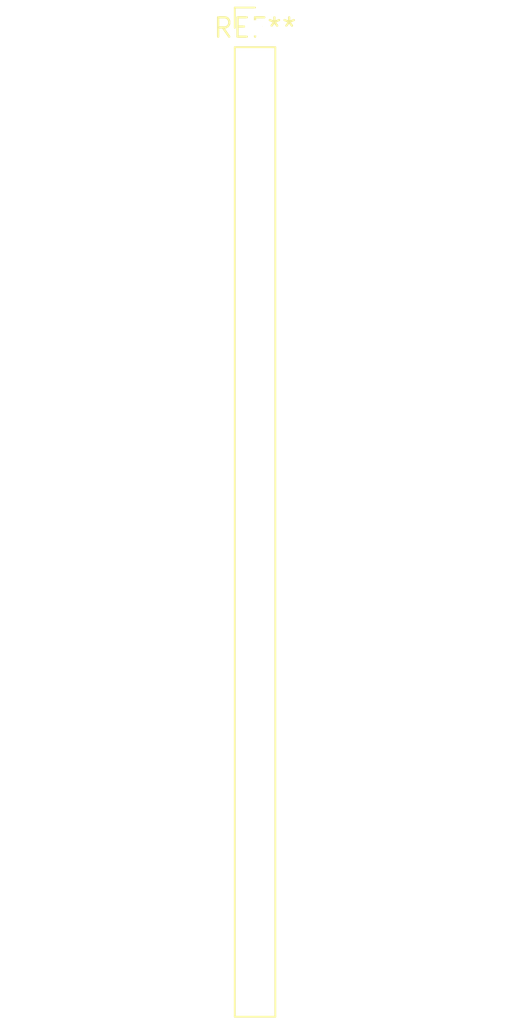
<source format=kicad_pcb>
(kicad_pcb (version 20240108) (generator pcbnew)
  (layers (0 "F.Cu" signal) (31 "B.Cu" signal) (34 "B.Paste" user) (35 "F.Paste" user) (36 "B.SilkS" user "B.Silkscreen") (37 "F.SilkS" user "F.Silkscreen") (38 "B.Mask" user) (39 "F.Mask" user) (44 "Edge.Cuts" user))
  (net 0 "")
  (footprint "PinHeader_1x26_P2.54mm_Vertical" (layer "F.Cu") (at 0 0)
    (property "Reference" "REF**")
    (property "Value" "PinHeader_1x26_P2.54mm_Vertical")
    (fp_line (start -1.33 -1.33) (end 0 -1.33) (layer "F.SilkS") (stroke (width 0.12)))
    (fp_line (start -1.33 0) (end -1.33 -1.33) (layer "F.SilkS") (stroke (width 0.12)))
    (fp_line (start -1.33 1.27) (end -1.33 64.83) (layer "F.SilkS") (stroke (width 0.12)))
    (fp_line (start -1.33 1.27) (end 1.33 1.27) (layer "F.SilkS") (stroke (width 0.12)))
    (fp_line (start -1.33 64.83) (end 1.33 64.83) (layer "F.SilkS") (stroke (width 0.12)))
    (fp_line (start 1.33 1.27) (end 1.33 64.83) (layer "F.SilkS") (stroke (width 0.12)))
    (pad "1" thru_hole rect (at 0 0) (size 1.7 1.7) (drill 1) (layers *.Cu *.Mask) (remove_unused_layers))
    (pad "2" thru_hole oval (at 0 2.54) (size 1.7 1.7) (drill 1) (layers *.Cu *.Mask) (remove_unused_layers))
    (pad "3" thru_hole oval (at 0 5.08) (size 1.7 1.7) (drill 1) (layers *.Cu *.Mask) (remove_unused_layers))
    (pad "4" thru_hole oval (at 0 7.62) (size 1.7 1.7) (drill 1) (layers *.Cu *.Mask) (remove_unused_layers))
    (pad "5" thru_hole oval (at 0 10.16) (size 1.7 1.7) (drill 1) (layers *.Cu *.Mask) (remove_unused_layers))
    (pad "6" thru_hole oval (at 0 12.7) (size 1.7 1.7) (drill 1) (layers *.Cu *.Mask) (remove_unused_layers))
    (pad "7" thru_hole oval (at 0 15.24) (size 1.7 1.7) (drill 1) (layers *.Cu *.Mask) (remove_unused_layers))
    (pad "8" thru_hole oval (at 0 17.78) (size 1.7 1.7) (drill 1) (layers *.Cu *.Mask) (remove_unused_layers))
    (pad "9" thru_hole oval (at 0 20.32) (size 1.7 1.7) (drill 1) (layers *.Cu *.Mask) (remove_unused_layers))
    (pad "10" thru_hole oval (at 0 22.86) (size 1.7 1.7) (drill 1) (layers *.Cu *.Mask) (remove_unused_layers))
    (pad "11" thru_hole oval (at 0 25.4) (size 1.7 1.7) (drill 1) (layers *.Cu *.Mask) (remove_unused_layers))
    (pad "12" thru_hole oval (at 0 27.94) (size 1.7 1.7) (drill 1) (layers *.Cu *.Mask) (remove_unused_layers))
    (pad "13" thru_hole oval (at 0 30.48) (size 1.7 1.7) (drill 1) (layers *.Cu *.Mask) (remove_unused_layers))
    (pad "14" thru_hole oval (at 0 33.02) (size 1.7 1.7) (drill 1) (layers *.Cu *.Mask) (remove_unused_layers))
    (pad "15" thru_hole oval (at 0 35.56) (size 1.7 1.7) (drill 1) (layers *.Cu *.Mask) (remove_unused_layers))
    (pad "16" thru_hole oval (at 0 38.1) (size 1.7 1.7) (drill 1) (layers *.Cu *.Mask) (remove_unused_layers))
    (pad "17" thru_hole oval (at 0 40.64) (size 1.7 1.7) (drill 1) (layers *.Cu *.Mask) (remove_unused_layers))
    (pad "18" thru_hole oval (at 0 43.18) (size 1.7 1.7) (drill 1) (layers *.Cu *.Mask) (remove_unused_layers))
    (pad "19" thru_hole oval (at 0 45.72) (size 1.7 1.7) (drill 1) (layers *.Cu *.Mask) (remove_unused_layers))
    (pad "20" thru_hole oval (at 0 48.26) (size 1.7 1.7) (drill 1) (layers *.Cu *.Mask) (remove_unused_layers))
    (pad "21" thru_hole oval (at 0 50.8) (size 1.7 1.7) (drill 1) (layers *.Cu *.Mask) (remove_unused_layers))
    (pad "22" thru_hole oval (at 0 53.34) (size 1.7 1.7) (drill 1) (layers *.Cu *.Mask) (remove_unused_layers))
    (pad "23" thru_hole oval (at 0 55.88) (size 1.7 1.7) (drill 1) (layers *.Cu *.Mask) (remove_unused_layers))
    (pad "24" thru_hole oval (at 0 58.42) (size 1.7 1.7) (drill 1) (layers *.Cu *.Mask) (remove_unused_layers))
    (pad "25" thru_hole oval (at 0 60.96) (size 1.7 1.7) (drill 1) (layers *.Cu *.Mask) (remove_unused_layers))
    (pad "26" thru_hole oval (at 0 63.5) (size 1.7 1.7) (drill 1) (layers *.Cu *.Mask) (remove_unused_layers))
  )
)
</source>
